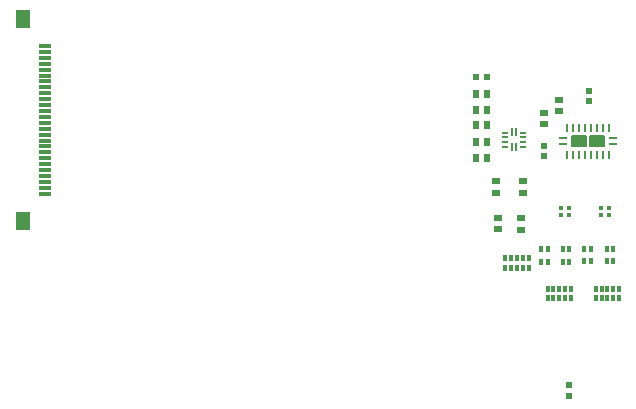
<source format=gbp>
G04*
G04 #@! TF.GenerationSoftware,Altium Limited,Altium Designer,19.1.8 (144)*
G04*
G04 Layer_Color=128*
%FSLAX44Y44*%
%MOMM*%
G71*
G01*
G75*
%ADD23R,0.6500X0.5500*%
%ADD35R,0.6200X0.6200*%
%ADD36R,1.0000X0.3000*%
%ADD37R,1.3000X1.6500*%
%ADD39R,0.5500X0.6500*%
%ADD41R,0.3000X0.6000*%
G04:AMPARAMS|DCode=98|XSize=0.2mm|YSize=0.5mm|CornerRadius=0.01mm|HoleSize=0mm|Usage=FLASHONLY|Rotation=90.000|XOffset=0mm|YOffset=0mm|HoleType=Round|Shape=RoundedRectangle|*
%AMROUNDEDRECTD98*
21,1,0.2000,0.4800,0,0,90.0*
21,1,0.1800,0.5000,0,0,90.0*
1,1,0.0200,0.2400,0.0900*
1,1,0.0200,0.2400,-0.0900*
1,1,0.0200,-0.2400,-0.0900*
1,1,0.0200,-0.2400,0.0900*
%
%ADD98ROUNDEDRECTD98*%
G04:AMPARAMS|DCode=99|XSize=0.2mm|YSize=0.7mm|CornerRadius=0.01mm|HoleSize=0mm|Usage=FLASHONLY|Rotation=180.000|XOffset=0mm|YOffset=0mm|HoleType=Round|Shape=RoundedRectangle|*
%AMROUNDEDRECTD99*
21,1,0.2000,0.6800,0,0,180.0*
21,1,0.1800,0.7000,0,0,180.0*
1,1,0.0200,-0.0900,0.3400*
1,1,0.0200,0.0900,0.3400*
1,1,0.0200,0.0900,-0.3400*
1,1,0.0200,-0.0900,-0.3400*
%
%ADD99ROUNDEDRECTD99*%
G04:AMPARAMS|DCode=100|XSize=0.25mm|YSize=0.6mm|CornerRadius=0.025mm|HoleSize=0mm|Usage=FLASHONLY|Rotation=180.000|XOffset=0mm|YOffset=0mm|HoleType=Round|Shape=RoundedRectangle|*
%AMROUNDEDRECTD100*
21,1,0.2500,0.5500,0,0,180.0*
21,1,0.2000,0.6000,0,0,180.0*
1,1,0.0500,-0.1000,0.2750*
1,1,0.0500,0.1000,0.2750*
1,1,0.0500,0.1000,-0.2750*
1,1,0.0500,-0.1000,-0.2750*
%
%ADD100ROUNDEDRECTD100*%
G04:AMPARAMS|DCode=102|XSize=0.25mm|YSize=0.6mm|CornerRadius=0.025mm|HoleSize=0mm|Usage=FLASHONLY|Rotation=270.000|XOffset=0mm|YOffset=0mm|HoleType=Round|Shape=RoundedRectangle|*
%AMROUNDEDRECTD102*
21,1,0.2500,0.5500,0,0,270.0*
21,1,0.2000,0.6000,0,0,270.0*
1,1,0.0500,-0.2750,-0.1000*
1,1,0.0500,-0.2750,0.1000*
1,1,0.0500,0.2750,0.1000*
1,1,0.0500,0.2750,-0.1000*
%
%ADD102ROUNDEDRECTD102*%
%ADD103R,0.3000X0.5500*%
%ADD104R,0.4000X0.5500*%
%ADD105R,0.3200X0.3600*%
%ADD106R,0.6200X0.6200*%
G36*
X489249Y254499D02*
X489050D01*
X488682Y254347D01*
X488401Y254065D01*
X488249Y253698D01*
Y253499D01*
D01*
Y245499D01*
Y245300D01*
X488401Y244932D01*
X488682Y244651D01*
X489050Y244499D01*
X489249D01*
D01*
X500249D01*
X500448D01*
X500815Y244651D01*
X501097Y244932D01*
X501249Y245300D01*
Y245499D01*
D01*
Y253499D01*
Y253698D01*
X501097Y254065D01*
X500815Y254347D01*
X500448Y254499D01*
X500249D01*
D01*
X489249D01*
D02*
G37*
G36*
X515249Y244499D02*
X515448D01*
X515815Y244651D01*
X516097Y244932D01*
X516249Y245300D01*
Y245499D01*
D01*
Y253499D01*
Y253698D01*
X516097Y254065D01*
X515815Y254347D01*
X515448Y254499D01*
X515249D01*
D01*
X504249D01*
X504050D01*
X503682Y254347D01*
X503401Y254065D01*
X503249Y253698D01*
Y253499D01*
D01*
Y245499D01*
Y245300D01*
X503401Y244932D01*
X503682Y244651D01*
X504050Y244499D01*
X504249D01*
D01*
X515249D01*
D02*
G37*
D23*
X477420Y274574D02*
D03*
Y284574D02*
D03*
X464799Y263697D02*
D03*
Y273697D02*
D03*
X447305Y205979D02*
D03*
Y215979D02*
D03*
X424439Y205887D02*
D03*
Y215887D02*
D03*
X445805Y174480D02*
D03*
Y184480D02*
D03*
X425804Y174676D02*
D03*
Y184676D02*
D03*
D35*
X486445Y34041D02*
D03*
Y43041D02*
D03*
X503258Y292082D02*
D03*
Y283082D02*
D03*
X464799Y245775D02*
D03*
Y236775D02*
D03*
D36*
X42720Y330007D02*
D03*
Y310007D02*
D03*
Y290007D02*
D03*
Y270007D02*
D03*
Y265007D02*
D03*
Y245007D02*
D03*
Y225007D02*
D03*
Y205007D02*
D03*
Y320007D02*
D03*
Y325007D02*
D03*
Y315007D02*
D03*
Y300007D02*
D03*
Y305007D02*
D03*
Y295007D02*
D03*
Y280007D02*
D03*
Y285007D02*
D03*
Y275007D02*
D03*
Y260007D02*
D03*
Y255007D02*
D03*
Y250007D02*
D03*
Y235007D02*
D03*
Y240007D02*
D03*
Y230007D02*
D03*
Y215007D02*
D03*
Y220007D02*
D03*
Y210007D02*
D03*
D37*
X23720Y182257D02*
D03*
Y352757D02*
D03*
D39*
X416999Y289366D02*
D03*
X406999D02*
D03*
X416999Y275824D02*
D03*
X406999D02*
D03*
X417099Y234998D02*
D03*
X407099D02*
D03*
X417099Y248749D02*
D03*
X407099D02*
D03*
X417000Y263000D02*
D03*
X407000D02*
D03*
D41*
X523749Y147870D02*
D03*
X518249Y158370D02*
D03*
X523749D02*
D03*
X518249Y147870D02*
D03*
X462750Y147525D02*
D03*
X468250D02*
D03*
X462750Y158025D02*
D03*
X468250D02*
D03*
X486548Y147525D02*
D03*
Y158025D02*
D03*
X481049D02*
D03*
Y147525D02*
D03*
X499178Y158119D02*
D03*
X504678D02*
D03*
Y147620D02*
D03*
X499178D02*
D03*
D98*
X447149Y244749D02*
D03*
Y248749D02*
D03*
Y252749D02*
D03*
Y256749D02*
D03*
X432149D02*
D03*
Y252749D02*
D03*
Y248749D02*
D03*
Y244749D02*
D03*
D99*
X441648Y257249D02*
D03*
X437648D02*
D03*
Y244249D02*
D03*
X441648D02*
D03*
D100*
X509749Y260999D02*
D03*
X514749D02*
D03*
X494749D02*
D03*
X489749D02*
D03*
X484749D02*
D03*
X499749D02*
D03*
X504749D02*
D03*
X519749D02*
D03*
X514749Y237999D02*
D03*
X519749D02*
D03*
X494749D02*
D03*
X499749D02*
D03*
X504749D02*
D03*
X509749D02*
D03*
X484749D02*
D03*
X489749D02*
D03*
D102*
X523749Y251999D02*
D03*
Y246999D02*
D03*
X480749D02*
D03*
Y251999D02*
D03*
D103*
X452277Y150175D02*
D03*
X447277D02*
D03*
X437277D02*
D03*
X432277D02*
D03*
Y142375D02*
D03*
X437277D02*
D03*
X447277D02*
D03*
X452277D02*
D03*
X472999Y116625D02*
D03*
X467999Y124425D02*
D03*
X472999D02*
D03*
X487999Y116625D02*
D03*
X482999Y124425D02*
D03*
X487999D02*
D03*
X467999Y116625D02*
D03*
X482999D02*
D03*
X523669Y124679D02*
D03*
X528669D02*
D03*
X513669Y116879D02*
D03*
X508669D02*
D03*
Y124679D02*
D03*
X513669D02*
D03*
X523669Y116879D02*
D03*
X528669D02*
D03*
D104*
X442278Y150175D02*
D03*
Y142375D02*
D03*
X477999Y116625D02*
D03*
Y124425D02*
D03*
X518669Y116879D02*
D03*
Y124679D02*
D03*
D105*
X520319Y187225D02*
D03*
Y192825D02*
D03*
X479350Y186943D02*
D03*
Y192543D02*
D03*
X486552Y186943D02*
D03*
Y192543D02*
D03*
X513319Y187225D02*
D03*
Y192825D02*
D03*
D106*
X416499Y303499D02*
D03*
X407499D02*
D03*
M02*

</source>
